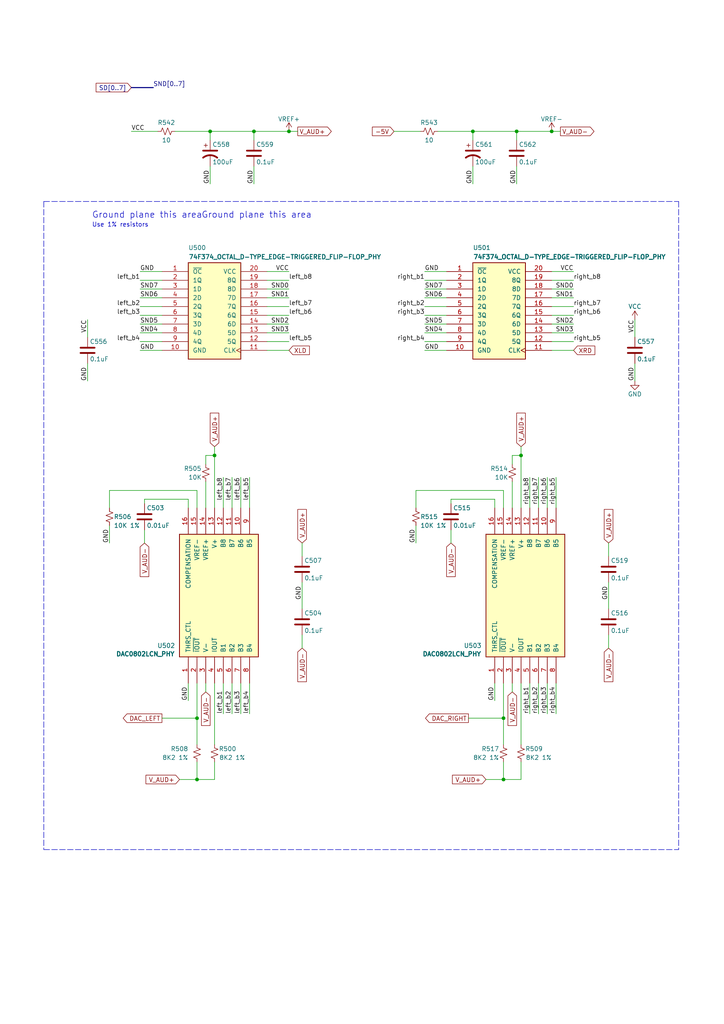
<source format=kicad_sch>
(kicad_sch (version 20230121) (generator eeschema)
  (paper "A4" portrait)
  (title_block (title "Converted schematics of Atari STE") (date "2021-08-31") (rev "1.0.0") (comment 1 "Reference : C300780-001"))
  (lib_symbols
    (symbol "74x374:74X374_OCTAL_D-TYPE_EDGE-TRIGGERED_FLIP-FLOP_PHY" (pin_names (offset 1.27))
      (property "Reference" "U" (at -7.62 19.05 0))
      (property "Value" "74X374_OCTAL_D-TYPE_EDGE-TRIGGERED_FLIP-FLOP_PHY" (at -7.62 16.51 0))
      (symbol "74X374_OCTAL_D-TYPE_EDGE-TRIGGERED_FLIP-FLOP_PHY_0_0"
        (rectangle (start -7.62 13.97) (end 7.62 -13.97) (stroke (width 0.254)) (fill (type background)))
        (pin input line (at -15.24 11.43 0) (length 7.62) (name "~{OC}") (number "1"))
        (pin power_in line (at -15.24 -11.43 0) (length 7.62) (name "GND") (number "10"))
        (pin input clock (at 15.24 -11.43 180) (length 7.62) (name "CLK") (number "11"))
        (pin tri_state line (at 15.24 -8.89 180) (length 7.62) (name "5Q") (number "12"))
        (pin input line (at 15.24 -6.35 180) (length 7.62) (name "5D") (number "13"))
        (pin input line (at 15.24 -3.81 180) (length 7.62) (name "6D") (number "14"))
        (pin tri_state line (at 15.24 -1.27 180) (length 7.62) (name "6Q") (number "15"))
        (pin tri_state line (at 15.24 1.27 180) (length 7.62) (name "7Q") (number "16"))
        (pin input line (at 15.24 3.81 180) (length 7.62) (name "7D") (number "17"))
        (pin input line (at 15.24 6.35 180) (length 7.62) (name "8D") (number "18"))
        (pin tri_state line (at 15.24 8.89 180) (length 7.62) (name "8Q") (number "19"))
        (pin tri_state line (at -15.24 8.89 0) (length 7.62) (name "1Q") (number "2"))
        (pin power_in line (at 15.24 11.43 180) (length 7.62) (name "VCC") (number "20"))
        (pin input line (at -15.24 6.35 0) (length 7.62) (name "1D") (number "3"))
        (pin input line (at -15.24 3.81 0) (length 7.62) (name "2D") (number "4"))
        (pin tri_state line (at -15.24 1.27 0) (length 7.62) (name "2Q") (number "5"))
        (pin tri_state line (at -15.24 -1.27 0) (length 7.62) (name "3Q") (number "6"))
        (pin input line (at -15.24 -3.81 0) (length 7.62) (name "3D") (number "7"))
        (pin input line (at -15.24 -6.35 0) (length 7.62) (name "4D") (number "8"))
        (pin tri_state line (at -15.24 -8.89 0) (length 7.62) (name "4Q") (number "9"))
      )
    )
    (symbol "Device:C" (pin_numbers hide) (pin_names (offset 0.254))
      (property "Reference" "C" (at 0.635 2.54 0))
      (property "Value" "C" (at 0.635 -2.54 0))
      (symbol "C_0_1"
        (polyline (pts (xy -2.032 -0.762) (xy 2.032 -0.762)) (stroke (width 0.508)))
        (polyline (pts (xy -2.032 0.762) (xy 2.032 0.762)) (stroke (width 0.508)))
      )
      (symbol "C_1_1"
        (pin passive line (at 0 3.81 270) (length 2.794) (name "~") (number "1"))
        (pin passive line (at 0 -3.81 90) (length 2.794) (name "~") (number "2"))
      )
    )
    (symbol "Device:CP1" (pin_numbers hide) (pin_names (offset 0.254) hide)
      (property "Reference" "C" (at 0.635 2.54 0))
      (property "Value" "Device_CP1" (at 0.635 -2.54 0))
      (symbol "CP1_0_1"
        (polyline (pts (xy -2.032 0.762) (xy 2.032 0.762)) (stroke (width 0.508)))
        (polyline (pts (xy -1.778 2.286) (xy -0.762 2.286)))
        (polyline (pts (xy -1.27 1.778) (xy -1.27 2.794)))
        (arc (start 2.032 -1.27) (mid 0 -0.5572) (end -2.032 -1.27) (stroke (width 0.508)))
      )
      (symbol "CP1_1_1"
        (pin passive line (at 0 3.81 270) (length 2.794) (name "~") (number "1"))
        (pin passive line (at 0 -3.81 90) (length 3.302) (name "~") (number "2"))
      )
    )
    (symbol "Device:R_Small_US" (pin_numbers hide) (pin_names (offset 0.254) hide)
      (property "Reference" "R" (at 0.762 0.508 0))
      (property "Value" "R_Small_US" (at 0.762 -1.016 0))
      (symbol "R_Small_US_1_1"
        (polyline (pts (xy 0 0) (xy 1.016 -0.381) (xy 0 -0.762) (xy -1.016 -1.143) (xy 0 -1.524)))
        (polyline (pts (xy 0 1.524) (xy 1.016 1.143) (xy 0 0.762) (xy -1.016 0.381) (xy 0 0)))
        (pin passive line (at 0 2.54 270) (length 1.016) (name "~") (number "1"))
        (pin passive line (at 0 -2.54 90) (length 1.016) (name "~") (number "2"))
      )
    )
    (symbol "dac0802:DAC0802LCN_PHY" (pin_names (offset 1.27))
      (property "Reference" "U" (at 0 0 0))
      (property "Value" "DAC0802LCN_PHY" (at 0 0 0))
      (symbol "DAC0802LCN_PHY_0_0"
        (rectangle (start -17.78 11.43) (end 17.78 -11.43) (stroke (width 0.254)) (fill (type background)))
        (pin input line (at -25.4 8.89 0) (length 7.62) (name "THRS_CTL") (number "1"))
        (pin input line (at 25.4 -6.35 180) (length 7.62) (name "B6") (number "10"))
        (pin input line (at 25.4 -3.81 180) (length 7.62) (name "B7") (number "11"))
        (pin input line (at 25.4 -1.27 180) (length 7.62) (name "B8") (number "12"))
        (pin power_in line (at 25.4 1.27 180) (length 7.62) (name "V+") (number "13"))
        (pin input line (at 25.4 3.81 180) (length 7.62) (name "VREF+") (number "14"))
        (pin input line (at 25.4 6.35 180) (length 7.62) (name "VREF-") (number "15"))
        (pin input line (at 25.4 8.89 180) (length 7.62) (name "COMPENSATION") (number "16"))
        (pin output line (at -25.4 6.35 0) (length 7.62) (name "~{IOUT}") (number "2"))
        (pin input line (at -25.4 3.81 0) (length 7.62) (name "V-") (number "3"))
        (pin output line (at -25.4 1.27 0) (length 7.62) (name "IOUT") (number "4"))
        (pin input line (at -25.4 -1.27 0) (length 7.62) (name "B1") (number "5"))
        (pin input line (at -25.4 -3.81 0) (length 7.62) (name "B2") (number "6"))
        (pin input line (at -25.4 -6.35 0) (length 7.62) (name "B3") (number "7"))
        (pin input line (at -25.4 -8.89 0) (length 7.62) (name "B4") (number "8"))
        (pin input line (at 25.4 -8.89 180) (length 7.62) (name "B5") (number "9"))
      )
    )
    (symbol "power:GND" (power) (pin_names (offset 0))
      (property "Value" "GND" (at 0 -3.81 0))
      (symbol "GND_0_1"
        (polyline (pts (xy 0 0) (xy 0 -1.27) (xy 1.27 -1.27) (xy 0 -2.54) (xy -1.27 -1.27) (xy 0 -1.27)))
      )
      (symbol "GND_1_1"
        (pin power_in line (at 0 0 270) (length 0) hide (name "GND") (number "1"))
      )
    )
    (symbol "power:VCC" (power) (pin_names (offset 0))
      (property "Value" "VCC" (at 0 3.81 0))
      (symbol "VCC_0_1"
        (polyline (pts (xy -0.762 1.27) (xy 0 2.54)))
        (polyline (pts (xy 0 0) (xy 0 2.54)))
        (polyline (pts (xy 0 2.54) (xy 0.762 1.27)))
      )
      (symbol "VCC_1_1"
        (pin power_in line (at 0 0 90) (length 0) hide (name "VCC") (number "1"))
      )
    )
    (symbol "vref:VREF+" (power) (pin_names (offset 0))
      (property "Value" "VREF+" (at 0 3.556 0))
      (symbol "VREF+_0_1"
        (polyline (pts (xy -0.762 1.27) (xy 0 2.54)))
        (polyline (pts (xy 0 0) (xy 0 2.54)))
        (polyline (pts (xy 0 2.54) (xy 0.762 1.27)))
      )
      (symbol "VREF+_1_1"
        (pin power_out line (at 0 0 90) (length 0) hide (name "VREF+") (number "1"))
      )
    )
    (symbol "vref:VREF-" (power) (pin_names (offset 0))
      (property "Value" "VREF-" (at 0 3.556 0))
      (symbol "VREF-_0_1"
        (polyline (pts (xy -0.762 1.27) (xy 0 2.54)))
        (polyline (pts (xy 0 0) (xy 0 2.54)))
        (polyline (pts (xy 0 2.54) (xy 0.762 1.27)))
      )
      (symbol "VREF-_1_1"
        (pin power_out line (at 0 0 90) (length 0) hide (name "VREF-") (number "1"))
      )
    )
  )
  (junction (at 146.05 208.28))
  (junction (at 160.02 38.1))
  (junction (at 137.16 38.1))
  (junction (at 146.05 226.06))
  (junction (at 73.66 38.1))
  (junction (at 57.15 226.06))
  (junction (at 60.96 38.1))
  (junction (at 149.86 38.1))
  (junction (at 62.23 132.08))
  (junction (at 151.13 132.08))
  (junction (at 57.15 208.28))
  (junction (at 83.82 38.1))
  (wire (pts (xy 123.19 78.74) (xy 129.54 78.74)))
  (wire (pts (xy 40.64 78.74) (xy 46.99 78.74)))
  (wire (pts (xy 38.1 38.1) (xy 45.72 38.1)))
  (wire (pts (xy 31.75 152.4) (xy 31.75 157.48)))
  (wire (pts (xy 184.15 92.71) (xy 184.15 97.79)))
  (wire (pts (xy 59.69 132.08) (xy 62.23 132.08)))
  (wire (pts (xy 123.19 88.9) (xy 129.54 88.9)))
  (wire (pts (xy 158.75 147.32) (xy 158.75 138.43)))
  (wire (pts (xy 148.59 200.66) (xy 148.59 198.12)))
  (wire (pts (xy 59.69 147.32) (xy 59.69 139.7)))
  (wire (pts (xy 148.59 147.32) (xy 148.59 139.7)))
  (wire (pts (xy 54.61 147.32) (xy 54.61 144.78)))
  (wire (pts (xy 148.59 132.08) (xy 151.13 132.08)))
  (wire (pts (xy 69.85 147.32) (xy 69.85 138.43)))
  (wire (pts (xy 57.15 226.06) (xy 57.15 220.98)))
  (wire (pts (xy 123.19 83.82) (xy 129.54 83.82)))
  (wire (pts (xy 64.77 147.32) (xy 64.77 138.43)))
  (wire (pts (xy 158.75 207.01) (xy 158.75 198.12)))
  (wire (pts (xy 59.69 132.08) (xy 59.69 134.62)))
  (wire (pts (xy 62.23 215.9) (xy 62.23 198.12)))
  (wire (pts (xy 146.05 220.98) (xy 146.05 226.06)))
  (wire (pts (xy 160.02 99.06) (xy 166.37 99.06)))
  (wire (pts (xy 87.63 161.29) (xy 87.63 157.48)))
  (wire (pts (xy 123.19 91.44) (xy 129.54 91.44)))
  (wire (pts (xy 77.47 83.82) (xy 83.82 83.82)))
  (wire (pts (xy 137.16 48.26) (xy 137.16 53.34)))
  (wire (pts (xy 67.31 207.01) (xy 67.31 198.12)))
  (wire (pts (xy 123.19 99.06) (xy 129.54 99.06)))
  (wire (pts (xy 130.81 157.48) (xy 130.81 153.67)))
  (wire (pts (xy 143.51 147.32) (xy 143.51 144.78)))
  (wire (pts (xy 87.63 176.53) (xy 87.63 168.91)))
  (wire (pts (xy 156.21 207.01) (xy 156.21 198.12)))
  (wire (pts (xy 60.96 40.64) (xy 60.96 38.1)))
  (wire (pts (xy 57.15 208.28) (xy 57.15 198.12)))
  (wire (pts (xy 73.66 48.26) (xy 73.66 53.34)))
  (wire (pts (xy 153.67 207.01) (xy 153.67 198.12)))
  (wire (pts (xy 148.59 132.08) (xy 148.59 134.62)))
  (wire (pts (xy 160.02 101.6) (xy 166.37 101.6)))
  (wire (pts (xy 60.96 38.1) (xy 73.66 38.1)))
  (wire (pts (xy 149.86 38.1) (xy 160.02 38.1)))
  (wire (pts (xy 176.53 161.29) (xy 176.53 157.48)))
  (wire (pts (xy 156.21 147.32) (xy 156.21 138.43)))
  (bus (pts (xy 38.1 25.4) (xy 44.45 25.4)))
  (wire (pts (xy 135.89 208.28) (xy 146.05 208.28)))
  (polyline (pts (xy 12.7 58.42) (xy 196.85 58.42)) (stroke (width 0) (type dash)))
  (polyline (pts (xy 12.7 58.42) (xy 12.7 246.38)) (stroke (width 0) (type dash)))
  (wire (pts (xy 123.19 86.36) (xy 129.54 86.36)))
  (wire (pts (xy 127 38.1) (xy 137.16 38.1)))
  (wire (pts (xy 62.23 226.06) (xy 62.23 220.98)))
  (wire (pts (xy 149.86 48.26) (xy 149.86 53.34)))
  (wire (pts (xy 40.64 83.82) (xy 46.99 83.82)))
  (wire (pts (xy 72.39 147.32) (xy 72.39 138.43)))
  (wire (pts (xy 151.13 129.54) (xy 151.13 132.08)))
  (wire (pts (xy 130.81 144.78) (xy 143.51 144.78)))
  (wire (pts (xy 123.19 93.98) (xy 129.54 93.98)))
  (wire (pts (xy 73.66 40.64) (xy 73.66 38.1)))
  (wire (pts (xy 176.53 176.53) (xy 176.53 168.91)))
  (wire (pts (xy 114.3 38.1) (xy 121.92 38.1)))
  (wire (pts (xy 77.47 99.06) (xy 83.82 99.06)))
  (wire (pts (xy 143.51 203.2) (xy 143.51 198.12)))
  (wire (pts (xy 40.64 91.44) (xy 46.99 91.44)))
  (wire (pts (xy 160.02 78.74) (xy 166.37 78.74)))
  (wire (pts (xy 64.77 207.01) (xy 64.77 198.12)))
  (wire (pts (xy 160.02 88.9) (xy 166.37 88.9)))
  (wire (pts (xy 62.23 129.54) (xy 62.23 132.08)))
  (wire (pts (xy 77.47 78.74) (xy 83.82 78.74)))
  (wire (pts (xy 40.64 93.98) (xy 46.99 93.98)))
  (wire (pts (xy 161.29 147.32) (xy 161.29 138.43)))
  (wire (pts (xy 123.19 101.6) (xy 129.54 101.6)))
  (wire (pts (xy 50.8 38.1) (xy 60.96 38.1)))
  (wire (pts (xy 137.16 40.64) (xy 137.16 38.1)))
  (wire (pts (xy 25.4 92.71) (xy 25.4 97.79)))
  (wire (pts (xy 77.47 86.36) (xy 83.82 86.36)))
  (wire (pts (xy 69.85 207.01) (xy 69.85 198.12)))
  (wire (pts (xy 160.02 96.52) (xy 166.37 96.52)))
  (wire (pts (xy 31.75 142.24) (xy 31.75 147.32)))
  (wire (pts (xy 41.91 144.78) (xy 54.61 144.78)))
  (wire (pts (xy 77.47 101.6) (xy 83.82 101.6)))
  (wire (pts (xy 40.64 96.52) (xy 46.99 96.52)))
  (wire (pts (xy 120.65 142.24) (xy 146.05 142.24)))
  (wire (pts (xy 149.86 40.64) (xy 149.86 38.1)))
  (wire (pts (xy 123.19 81.28) (xy 129.54 81.28)))
  (wire (pts (xy 77.47 93.98) (xy 83.82 93.98)))
  (wire (pts (xy 120.65 142.24) (xy 120.65 147.32)))
  (wire (pts (xy 146.05 226.06) (xy 151.13 226.06)))
  (wire (pts (xy 161.29 207.01) (xy 161.29 198.12)))
  (wire (pts (xy 140.97 226.06) (xy 146.05 226.06)))
  (wire (pts (xy 40.64 88.9) (xy 46.99 88.9)))
  (wire (pts (xy 160.02 81.28) (xy 166.37 81.28)))
  (wire (pts (xy 160.02 83.82) (xy 166.37 83.82)))
  (wire (pts (xy 54.61 203.2) (xy 54.61 198.12)))
  (wire (pts (xy 40.64 81.28) (xy 46.99 81.28)))
  (wire (pts (xy 72.39 207.01) (xy 72.39 198.12)))
  (wire (pts (xy 60.96 48.26) (xy 60.96 53.34)))
  (wire (pts (xy 31.75 142.24) (xy 57.15 142.24)))
  (wire (pts (xy 160.02 86.36) (xy 166.37 86.36)))
  (wire (pts (xy 41.91 146.05) (xy 41.91 144.78)))
  (wire (pts (xy 184.15 105.41) (xy 184.15 110.49)))
  (wire (pts (xy 83.82 38.1) (xy 86.36 38.1)))
  (wire (pts (xy 160.02 91.44) (xy 166.37 91.44)))
  (wire (pts (xy 57.15 215.9) (xy 57.15 208.28)))
  (wire (pts (xy 73.66 38.1) (xy 83.82 38.1)))
  (wire (pts (xy 77.47 91.44) (xy 83.82 91.44)))
  (wire (pts (xy 77.47 96.52) (xy 83.82 96.52)))
  (wire (pts (xy 67.31 147.32) (xy 67.31 138.43)))
  (wire (pts (xy 130.81 146.05) (xy 130.81 144.78)))
  (polyline (pts (xy 196.85 58.42) (xy 196.85 246.38)) (stroke (width 0) (type dash)))
  (wire (pts (xy 176.53 187.96) (xy 176.53 184.15)))
  (wire (pts (xy 123.19 96.52) (xy 129.54 96.52)))
  (wire (pts (xy 25.4 105.41) (xy 25.4 110.49)))
  (wire (pts (xy 62.23 132.08) (xy 62.23 147.32)))
  (wire (pts (xy 146.05 147.32) (xy 146.05 142.24)))
  (wire (pts (xy 40.64 99.06) (xy 46.99 99.06)))
  (wire (pts (xy 46.99 208.28) (xy 57.15 208.28)))
  (wire (pts (xy 52.07 226.06) (xy 57.15 226.06)))
  (wire (pts (xy 146.05 198.12) (xy 146.05 208.28)))
  (wire (pts (xy 87.63 187.96) (xy 87.63 184.15)))
  (wire (pts (xy 151.13 198.12) (xy 151.13 215.9)))
  (wire (pts (xy 160.02 38.1) (xy 162.56 38.1)))
  (wire (pts (xy 40.64 86.36) (xy 46.99 86.36)))
  (wire (pts (xy 120.65 152.4) (xy 120.65 157.48)))
  (wire (pts (xy 57.15 226.06) (xy 62.23 226.06)))
  (wire (pts (xy 137.16 38.1) (xy 149.86 38.1)))
  (wire (pts (xy 40.64 101.6) (xy 46.99 101.6)))
  (wire (pts (xy 57.15 147.32) (xy 57.15 142.24)))
  (wire (pts (xy 160.02 93.98) (xy 166.37 93.98)))
  (wire (pts (xy 77.47 81.28) (xy 83.82 81.28)))
  (wire (pts (xy 59.69 200.66) (xy 59.69 198.12)))
  (wire (pts (xy 41.91 157.48) (xy 41.91 153.67)))
  (wire (pts (xy 153.67 147.32) (xy 153.67 138.43)))
  (wire (pts (xy 151.13 220.98) (xy 151.13 226.06)))
  (wire (pts (xy 77.47 88.9) (xy 83.82 88.9)))
  (wire (pts (xy 151.13 132.08) (xy 151.13 147.32)))
  (wire (pts (xy 146.05 215.9) (xy 146.05 208.28)))
  (polyline (pts (xy 12.7 246.38) (xy 196.85 246.38)) (stroke (width 0) (type dash)))
  (text "Ground plane this area" (at 26.67 63.5 0) (effects (font (size 1.8034 1.8034)) (justify left bottom)))
  (text "Ground plane this area" (at 58.42 63.5 0) (effects (font (size 1.8034 1.8034)) (justify left bottom)))
  (text "Use 1% resistors" (at 26.67 66.04 0) (effects (font (size 1.27 1.27)) (justify left bottom)))
  (label "GND" (at 25.4 110.49 90))
  (label "right_b6" (at 166.37 91.44 0))
  (label "SND7" (at 123.19 83.82 0))
  (label "GND" (at 73.66 53.34 90))
  (label "right_b8" (at 166.37 81.28 0))
  (label "right_b2" (at 123.19 88.9 180))
  (label "right_b4" (at 123.19 99.06 180))
  (label "SND3" (at 166.37 96.52 180))
  (label "SND1" (at 166.37 86.36 180))
  (label "left_b8" (at 64.77 138.43 270))
  (label "GND" (at 123.19 78.74 0))
  (label "right_b4" (at 161.29 207.01 90))
  (label "GND" (at 176.53 173.99 90))
  (label "VCC" (at 25.4 92.71 270))
  (label "right_b2" (at 156.21 207.01 90))
  (label "left_b2" (at 67.31 207.01 90))
  (label "right_b5" (at 161.29 138.43 270))
  (label "left_b7" (at 83.82 88.9 0))
  (label "right_b1" (at 123.19 81.28 180))
  (label "SND7" (at 40.64 83.82 0))
  (label "right_b1" (at 153.67 207.01 90))
  (label "right_b7" (at 166.37 88.9 0))
  (label "left_b4" (at 40.64 99.06 180))
  (label "SND3" (at 83.82 96.52 180))
  (label "SND2" (at 166.37 93.98 180))
  (label "GND" (at 137.16 53.34 90))
  (label "SND2" (at 83.82 93.98 180))
  (label "VCC" (at 38.1 38.1 0))
  (label "GND" (at 40.64 78.74 0))
  (label "left_b4" (at 72.39 207.01 90))
  (label "SND[0..7]" (at 44.45 25.4 0))
  (label "GND" (at 40.64 101.6 0))
  (label "GND" (at 123.19 101.6 0))
  (label "left_b5" (at 72.39 138.43 270))
  (label "SND5" (at 123.19 93.98 0))
  (label "left_b3" (at 40.64 91.44 180))
  (label "left_b5" (at 83.82 99.06 0))
  (label "left_b6" (at 83.82 91.44 0))
  (label "GND" (at 184.15 110.49 90))
  (label "VCC" (at 166.37 78.74 180))
  (label "right_b8" (at 153.67 138.43 270))
  (label "SND0" (at 83.82 83.82 180))
  (label "right_b5" (at 166.37 99.06 0))
  (label "left_b1" (at 40.64 81.28 180))
  (label "right_b6" (at 158.75 138.43 270))
  (label "SND4" (at 40.64 96.52 0))
  (label "GND" (at 54.61 203.2 90))
  (label "GND" (at 60.96 53.34 90))
  (label "GND" (at 31.75 157.48 90))
  (label "VCC" (at 83.82 78.74 180))
  (label "left_b8" (at 83.82 81.28 0))
  (label "SND6" (at 40.64 86.36 0))
  (label "SND5" (at 40.64 93.98 0))
  (label "left_b6" (at 69.85 138.43 270))
  (label "left_b7" (at 67.31 138.43 270))
  (label "SND1" (at 83.82 86.36 180))
  (label "right_b3" (at 123.19 91.44 180))
  (label "GND" (at 120.65 157.48 90))
  (label "left_b1" (at 64.77 207.01 90))
  (label "SND0" (at 166.37 83.82 180))
  (label "SND6" (at 123.19 86.36 0))
  (label "right_b3" (at 158.75 207.01 90))
  (label "VCC" (at 184.15 92.71 270))
  (label "GND" (at 149.86 53.34 90))
  (label "left_b3" (at 69.85 207.01 90))
  (label "left_b2" (at 40.64 88.9 180))
  (label "right_b7" (at 156.21 138.43 270))
  (label "GND" (at 87.63 173.99 90))
  (label "SND4" (at 123.19 96.52 0))
  (label "GND" (at 143.51 203.2 90))
  (global_label "XRD" (shape input) (at 166.37 101.6 0) (property "Intersheetrefs" "${INTERSHEET_REFS}" (effects hide)))
  (global_label "V_AUD+" (shape input) (at 62.23 129.54 90) (property "Intersheetrefs" "${INTERSHEET_REFS}" (effects hide)))
  (global_label "V_AUD-" (shape output) (at 162.56 38.1 0) (property "Intersheetrefs" "${INTERSHEET_REFS}" (effects hide)))
  (global_label "-5V" (shape input) (at 114.3 38.1 180) (property "Intersheetrefs" "${INTERSHEET_REFS}" (effects hide)))
  (global_label "V_AUD+" (shape output) (at 86.36 38.1 0) (property "Intersheetrefs" "${INTERSHEET_REFS}" (effects hide)))
  (global_label "V_AUD+" (shape input) (at 140.97 226.06 180) (property "Intersheetrefs" "${INTERSHEET_REFS}" (effects hide)))
  (global_label "V_AUD-" (shape input) (at 41.91 157.48 270) (property "Intersheetrefs" "${INTERSHEET_REFS}" (effects hide)))
  (global_label "V_AUD+" (shape input) (at 151.13 129.54 90) (property "Intersheetrefs" "${INTERSHEET_REFS}" (effects hide)))
  (global_label "V_AUD-" (shape input) (at 130.81 157.48 270) (property "Intersheetrefs" "${INTERSHEET_REFS}" (effects hide)))
  (global_label "DAC_RIGHT" (shape output) (at 135.89 208.28 180) (property "Intersheetrefs" "${INTERSHEET_REFS}" (effects hide)))
  (global_label "XLD" (shape input) (at 83.82 101.6 0) (property "Intersheetrefs" "${INTERSHEET_REFS}" (effects hide)))
  (global_label "V_AUD-" (shape input) (at 59.69 200.66 270) (property "Intersheetrefs" "${INTERSHEET_REFS}" (effects hide)))
  (global_label "V_AUD+" (shape input) (at 176.53 157.48 90) (property "Intersheetrefs" "${INTERSHEET_REFS}" (effects hide)))
  (global_label "DAC_LEFT" (shape output) (at 46.99 208.28 180) (property "Intersheetrefs" "${INTERSHEET_REFS}" (effects hide)))
  (global_label "V_AUD-" (shape input) (at 148.59 200.66 270) (property "Intersheetrefs" "${INTERSHEET_REFS}" (effects hide)))
  (global_label "V_AUD-" (shape input) (at 176.53 187.96 270) (property "Intersheetrefs" "${INTERSHEET_REFS}" (effects hide)))
  (global_label "V_AUD-" (shape input) (at 87.63 187.96 270) (property "Intersheetrefs" "${INTERSHEET_REFS}" (effects hide)))
  (global_label "V_AUD+" (shape input) (at 87.63 157.48 90) (property "Intersheetrefs" "${INTERSHEET_REFS}" (effects hide)))
  (global_label "V_AUD+" (shape input) (at 52.07 226.06 180) (property "Intersheetrefs" "${INTERSHEET_REFS}" (effects hide)))
  (global_label "SD[0..7]" (shape input) (at 38.1 25.4 180) (property "Intersheetrefs" "${INTERSHEET_REFS}" (effects hide)))
  (symbol (lib_id "74x374:74X374_OCTAL_D-TYPE_EDGE-TRIGGERED_FLIP-FLOP_PHY") (at 62.23 90.17 0) (unit 1)
    (property "Reference" "U500" (at 54.61 71.12 0) (effects (justify left top)))
    (property "Value" "74F374_OCTAL_D-TYPE_EDGE-TRIGGERED_FLIP-FLOP_PHY" (at 54.61 73.66 0) (effects (font bold) (justify left top)))
    (property "Footprint" "Package_DIP:DIP-20_W7.62mm_LongPads" (effects hide))
    (property "Datasheet" "https://www.ti.com/lit/ds/symlink/sn54s373.pdf" (effects hide))
  )
  (symbol (lib_id "dac0802:DAC0802LCN_PHY") (at 63.5 172.72 90) (unit 1)
    (property "Reference" "U502" (at 50.8 187.96 90) (effects (justify left top)))
    (property "Value" "DAC0802LCN_PHY" (at 50.8 190.5 90) (effects (font bold) (justify left top)))
    (property "Footprint" "Package_DIP:DIP-16_W7.62mm_LongPads" (effects hide))
  )
  (symbol (lib_id "Device:R_Small_US") (at 48.26 38.1 270) (unit 1)
    (property "Reference" "R542" (at 48.26 35.56 90))
    (property "Value" "10" (at 48.26 40.64 90))
    (property "Footprint" "commons_passives_THT:Passive_THT_resistor_W2.54mm_L12.70mm" (effects hide))
  )
  (symbol (lib_id "Device:R_Small_US") (at 124.46 38.1 270) (unit 1)
    (property "Reference" "R543" (at 124.46 35.56 90))
    (property "Value" "10" (at 124.46 40.64 90))
    (property "Footprint" "commons_passives_THT:Passive_THT_resistor_W2.54mm_L12.70mm" (effects hide))
  )
  (symbol (lib_id "Device:CP1") (at 60.96 44.45 0) (unit 1)
    (property "Reference" "C558" (at 61.595 41.91 0) (effects (justify left)))
    (property "Value" "100uF" (at 61.595 46.99 0) (effects (justify left)))
    (property "Footprint" "commons_passives_THT:Passive_THT_capacitor_polarized_W6.35mm_L20.32mm" (effects hide))
  )
  (symbol (lib_id "Device:C") (at 73.66 44.45 0) (unit 1)
    (property "Reference" "C559" (at 74.295 41.91 0) (effects (justify left)))
    (property "Value" "0.1uF" (at 74.295 46.99 0) (effects (justify left)))
    (property "Footprint" "commons_passives_THT:Passive_THT_capacitor_mlcc_W2.54mm_L7.62mm" (effects hide))
  )
  (symbol (lib_id "Device:CP1") (at 137.16 44.45 0) (unit 1)
    (property "Reference" "C561" (at 137.795 41.91 0) (effects (justify left)))
    (property "Value" "100uF" (at 137.795 46.99 0) (effects (justify left)))
    (property "Footprint" "commons_passives_THT:Passive_THT_capacitor_polarized_W6.35mm_L20.32mm" (effects hide))
  )
  (symbol (lib_id "Device:C") (at 149.86 44.45 0) (unit 1)
    (property "Reference" "C562" (at 150.495 41.91 0) (effects (justify left)))
    (property "Value" "0.1uF" (at 150.495 46.99 0) (effects (justify left)))
    (property "Footprint" "commons_passives_THT:Passive_THT_capacitor_mlcc_W2.54mm_L7.62mm" (effects hide))
  )
  (symbol (lib_id "Device:C") (at 87.63 180.34 0) (unit 1)
    (property "Reference" "C504" (at 88.265 177.8 0) (effects (justify left)))
    (property "Value" "0.1uF" (at 88.265 182.88 0) (effects (justify left)))
    (property "Footprint" "commons_passives_THT:Passive_THT_capacitor_mlcc_W2.54mm_L7.62mm" (effects hide))
  )
  (symbol (lib_id "Device:C") (at 41.91 149.86 0) (unit 1)
    (property "Reference" "C503" (at 42.545 147.32 0) (effects (justify left)))
    (property "Value" "0.01uF" (at 42.545 152.4 0) (effects (justify left)))
    (property "Footprint" "commons_passives_THT:Passive_THT_capacitor_W2.54mm_L10.16mm" (effects hide))
  )
  (symbol (lib_id "Device:C") (at 87.63 165.1 0) (unit 1)
    (property "Reference" "C507" (at 88.265 162.56 0) (effects (justify left)))
    (property "Value" "0.1uF" (at 88.265 167.64 0) (effects (justify left)))
    (property "Footprint" "commons_passives_THT:Passive_THT_capacitor_mlcc_W2.54mm_L7.62mm" (effects hide))
  )
  (symbol (lib_id "Device:R_Small_US") (at 59.69 137.16 0) (unit 1)
    (property "Reference" "R505" (at 53.34 135.89 0) (effects (justify left)))
    (property "Value" "10K" (at 54.61 138.43 0) (effects (justify left)))
    (property "Footprint" "commons_passives_THT:Passive_THT_resistor_W2.54mm_L12.70mm" (effects hide))
  )
  (symbol (lib_id "Device:R_Small_US") (at 31.75 149.86 0) (unit 1)
    (property "Reference" "R506" (at 33.02 149.86 0) (effects (justify left)))
    (property "Value" "10K 1%" (at 33.02 152.4 0) (effects (justify left)))
    (property "Footprint" "commons_passives_THT:Passive_THT_resistor_W2.54mm_L12.70mm" (effects hide))
  )
  (symbol (lib_id "Device:C") (at 25.4 101.6 0) (unit 1)
    (property "Reference" "C556" (at 26.035 99.06 0) (effects (justify left)))
    (property "Value" "0.1uF" (at 26.035 104.14 0) (effects (justify left)))
    (property "Footprint" "commons_passives_THT:Passive_THT_capacitor_mlcc_W2.54mm_L7.62mm" (effects hide))
  )
  (symbol (lib_id "Device:R_Small_US") (at 62.23 218.44 180) (unit 1)
    (property "Reference" "R500" (at 68.58 217.17 0) (effects (justify left)))
    (property "Value" "8K2 1%" (at 71.12 219.71 0) (effects (justify left)))
    (property "Footprint" "commons_passives_THT:Passive_THT_resistor_W2.54mm_L12.70mm" (effects hide))
  )
  (symbol (lib_id "Device:R_Small_US") (at 57.15 218.44 180) (unit 1)
    (property "Reference" "R508" (at 54.61 217.17 0) (effects (justify left)))
    (property "Value" "8K2 1%" (at 54.61 219.71 0) (effects (justify left)))
    (property "Footprint" "commons_passives_THT:Passive_THT_resistor_W2.54mm_L12.70mm" (effects hide))
  )
  (symbol (lib_id "74x374:74X374_OCTAL_D-TYPE_EDGE-TRIGGERED_FLIP-FLOP_PHY") (at 144.78 90.17 0) (unit 1)
    (property "Reference" "U501" (at 137.16 71.12 0) (effects (justify left top)))
    (property "Value" "74F374_OCTAL_D-TYPE_EDGE-TRIGGERED_FLIP-FLOP_PHY" (at 137.16 73.66 0) (effects (font bold) (justify left top)))
    (property "Footprint" "Package_DIP:DIP-20_W7.62mm_LongPads" (effects hide))
    (property "Datasheet" "https://www.ti.com/lit/ds/symlink/sn54s373.pdf" (effects hide))
  )
  (symbol (lib_id "dac0802:DAC0802LCN_PHY") (at 152.4 172.72 90) (unit 1)
    (property "Reference" "U503" (at 139.7 187.96 90) (effects (justify left top)))
    (property "Value" "DAC0802LCN_PHY" (at 139.7 190.5 90) (effects (font bold) (justify left top)))
    (property "Footprint" "Package_DIP:DIP-16_W7.62mm_LongPads" (effects hide))
  )
  (symbol (lib_id "Device:C") (at 130.81 149.86 0) (unit 1)
    (property "Reference" "C515" (at 131.445 147.32 0) (effects (justify left)))
    (property "Value" "0.01uF" (at 131.445 152.4 0) (effects (justify left)))
    (property "Footprint" "commons_passives_THT:Passive_THT_capacitor_W2.54mm_L10.16mm" (effects hide))
  )
  (symbol (lib_id "Device:C") (at 176.53 165.1 0) (unit 1)
    (property "Reference" "C519" (at 177.165 162.56 0) (effects (justify left)))
    (property "Value" "0.1uF" (at 177.165 167.64 0) (effects (justify left)))
    (property "Footprint" "commons_passives_THT:Passive_THT_capacitor_mlcc_W2.54mm_L7.62mm" (effects hide))
  )
  (symbol (lib_id "Device:R_Small_US") (at 148.59 137.16 0) (unit 1)
    (property "Reference" "R514" (at 142.24 135.89 0) (effects (justify left)))
    (property "Value" "10K" (at 143.51 138.43 0) (effects (justify left)))
    (property "Footprint" "commons_passives_THT:Passive_THT_resistor_W2.54mm_L12.70mm" (effects hide))
  )
  (symbol (lib_id "Device:R_Small_US") (at 120.65 149.86 0) (unit 1)
    (property "Reference" "R515" (at 121.92 149.86 0) (effects (justify left)))
    (property "Value" "10K 1%" (at 121.92 152.4 0) (effects (justify left)))
    (property "Footprint" "commons_passives_THT:Passive_THT_resistor_W2.54mm_L12.70mm" (effects hide))
  )
  (symbol (lib_id "Device:C") (at 176.53 180.34 0) (unit 1)
    (property "Reference" "C516" (at 177.165 177.8 0) (effects (justify left)))
    (property "Value" "0.1uF" (at 177.165 182.88 0) (effects (justify left)))
    (property "Footprint" "commons_passives_THT:Passive_THT_capacitor_mlcc_W2.54mm_L7.62mm" (effects hide))
  )
  (symbol (lib_id "Device:R_Small_US") (at 151.13 218.44 180) (unit 1)
    (property "Reference" "R509" (at 157.48 217.17 0) (effects (justify left)))
    (property "Value" "8K2 1%" (at 160.02 219.71 0) (effects (justify left)))
    (property "Footprint" "commons_passives_THT:Passive_THT_resistor_W2.54mm_L12.70mm" (effects hide))
  )
  (symbol (lib_id "Device:R_Small_US") (at 146.05 218.44 180) (unit 1)
    (property "Reference" "R517" (at 144.78 217.17 0) (effects (justify left)))
    (property "Value" "8K2 1%" (at 144.78 219.71 0) (effects (justify left)))
    (property "Footprint" "commons_passives_THT:Passive_THT_resistor_W2.54mm_L12.70mm" (effects hide))
  )
  (symbol (lib_id "Device:C") (at 184.15 101.6 0) (unit 1)
    (property "Reference" "C557" (at 184.785 99.06 0) (effects (justify left)))
    (property "Value" "0.1uF" (at 184.785 104.14 0) (effects (justify left)))
    (property "Footprint" "commons_passives_THT:Passive_THT_capacitor_mlcc_W2.54mm_L7.62mm" (effects hide))
  )
  (symbol (lib_id "vref:VREF+") (at 83.82 38.1 0) (unit 1)
    (property "Reference" "#PWR0104" (effects hide))
    (property "Value" "VREF+" (at 83.82 34.544 0))
  )
  (symbol (lib_id "vref:VREF-") (at 160.02 38.1 0) (unit 1)
    (property "Reference" "#PWR0105" (effects hide))
    (property "Value" "VREF-" (at 160.02 34.544 0))
  )
  (symbol (lib_id "power:GND") (at 184.15 110.49 0) (unit 1)
    (property "Reference" "#PWR019" (effects hide))
    (property "Value" "GND" (at 184.15 114.3 0))
  )
  (symbol (lib_id "power:VCC") (at 184.15 92.71 0) (unit 1)
    (property "Reference" "#PWR046" (effects hide))
    (property "Value" "VCC" (at 184.15 88.9 0))
  )
)
</source>
